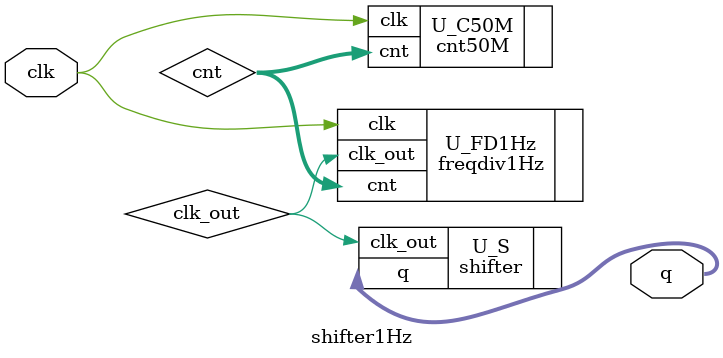
<source format=v>
`timescale 1ns / 1ps


module shifter1Hz(q, clk);
output [7:0] q;
input clk;
wire [25:0] cnt;
wire clk_out;

cnt50M U_C50M(.cnt(cnt), .clk(clk));
freqdiv1Hz U_FD1Hz(.clk_out(clk_out), .clk(clk), .cnt(cnt));
shifter U_S(.q(q), .clk_out(clk_out));

endmodule

</source>
